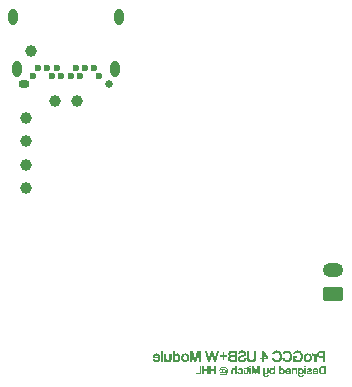
<source format=gbr>
%TF.GenerationSoftware,KiCad,Pcbnew,8.0.2*%
%TF.CreationDate,2025-05-18T14:56:39-07:00*%
%TF.ProjectId,PGS_USBW_Board,5047535f-5553-4425-975f-426f6172642e,rev?*%
%TF.SameCoordinates,Original*%
%TF.FileFunction,Soldermask,Bot*%
%TF.FilePolarity,Negative*%
%FSLAX46Y46*%
G04 Gerber Fmt 4.6, Leading zero omitted, Abs format (unit mm)*
G04 Created by KiCad (PCBNEW 8.0.2) date 2025-05-18 14:56:39*
%MOMM*%
%LPD*%
G01*
G04 APERTURE LIST*
G04 Aperture macros list*
%AMRoundRect*
0 Rectangle with rounded corners*
0 $1 Rounding radius*
0 $2 $3 $4 $5 $6 $7 $8 $9 X,Y pos of 4 corners*
0 Add a 4 corners polygon primitive as box body*
4,1,4,$2,$3,$4,$5,$6,$7,$8,$9,$2,$3,0*
0 Add four circle primitives for the rounded corners*
1,1,$1+$1,$2,$3*
1,1,$1+$1,$4,$5*
1,1,$1+$1,$6,$7*
1,1,$1+$1,$8,$9*
0 Add four rect primitives between the rounded corners*
20,1,$1+$1,$2,$3,$4,$5,0*
20,1,$1+$1,$4,$5,$6,$7,0*
20,1,$1+$1,$6,$7,$8,$9,0*
20,1,$1+$1,$8,$9,$2,$3,0*%
G04 Aperture macros list end*
%ADD10C,0.100000*%
%ADD11O,1.750000X1.200000*%
%ADD12RoundRect,0.250000X0.625000X-0.350000X0.625000X0.350000X-0.625000X0.350000X-0.625000X-0.350000X0*%
%ADD13C,0.650000*%
%ADD14O,0.950000X0.650000*%
%ADD15C,0.600000*%
%ADD16O,0.800000X1.400000*%
%ADD17C,1.000000*%
G04 APERTURE END LIST*
D10*
G36*
X89028004Y-47700000D02*
G01*
X88833342Y-47700000D01*
X88833342Y-47371737D01*
X88617676Y-47371737D01*
X88568273Y-47368590D01*
X88508225Y-47355041D01*
X88455373Y-47331586D01*
X88410309Y-47299081D01*
X88373628Y-47258382D01*
X88345919Y-47210346D01*
X88327777Y-47155827D01*
X88319794Y-47095682D01*
X88319455Y-47079867D01*
X88319944Y-47074249D01*
X88490181Y-47074249D01*
X88497042Y-47124025D01*
X88522733Y-47169828D01*
X88569175Y-47200736D01*
X88618699Y-47212214D01*
X88648450Y-47213712D01*
X88833342Y-47213712D01*
X88833342Y-46938939D01*
X88648450Y-46938939D01*
X88592305Y-46944770D01*
X88543249Y-46964956D01*
X88507405Y-47002780D01*
X88491420Y-47052964D01*
X88490181Y-47074249D01*
X88319944Y-47074249D01*
X88324806Y-47018359D01*
X88340464Y-46961356D01*
X88365836Y-46909997D01*
X88400330Y-46865422D01*
X88443354Y-46828769D01*
X88494314Y-46801178D01*
X88552619Y-46783788D01*
X88617676Y-46777739D01*
X89028004Y-46777739D01*
X89028004Y-47700000D01*
G37*
G36*
X88094263Y-47700000D02*
G01*
X88094263Y-47344138D01*
X88088498Y-47288155D01*
X88067083Y-47237323D01*
X88029661Y-47202188D01*
X87976030Y-47182857D01*
X87927690Y-47178785D01*
X87878955Y-47182689D01*
X87877376Y-47182937D01*
X87877376Y-46996580D01*
X87901067Y-46996580D01*
X87955884Y-46999358D01*
X88008595Y-47012395D01*
X88052557Y-47037761D01*
X88088341Y-47073633D01*
X88105498Y-47097452D01*
X88105498Y-47012212D01*
X88276224Y-47012212D01*
X88276224Y-47700000D01*
X88094263Y-47700000D01*
G37*
G36*
X87589260Y-47000326D02*
G01*
X87643851Y-47011321D01*
X87693570Y-47029204D01*
X87738151Y-47053613D01*
X87777330Y-47084184D01*
X87810840Y-47120556D01*
X87838415Y-47162367D01*
X87859790Y-47209255D01*
X87874700Y-47260856D01*
X87882878Y-47316809D01*
X87884459Y-47356350D01*
X87881021Y-47413975D01*
X87870841Y-47467868D01*
X87854120Y-47517605D01*
X87831058Y-47562765D01*
X87801856Y-47602923D01*
X87766713Y-47637659D01*
X87725831Y-47666548D01*
X87679409Y-47689169D01*
X87627649Y-47705099D01*
X87570750Y-47713915D01*
X87530062Y-47715631D01*
X87471933Y-47711892D01*
X87418222Y-47700914D01*
X87369212Y-47683059D01*
X87325189Y-47658689D01*
X87286435Y-47628163D01*
X87253234Y-47591843D01*
X87225871Y-47550090D01*
X87204628Y-47503266D01*
X87189790Y-47451730D01*
X87181640Y-47395845D01*
X87180062Y-47356350D01*
X87363489Y-47356350D01*
X87367581Y-47415893D01*
X87379838Y-47465371D01*
X87405285Y-47511444D01*
X87449718Y-47546832D01*
X87500388Y-47561401D01*
X87530062Y-47563224D01*
X87586520Y-47555937D01*
X87631389Y-47534089D01*
X87664621Y-47497700D01*
X87686168Y-47446788D01*
X87695162Y-47393283D01*
X87696636Y-47356350D01*
X87692544Y-47296805D01*
X87680287Y-47247503D01*
X87654840Y-47201775D01*
X87610406Y-47166812D01*
X87559737Y-47152483D01*
X87530062Y-47150697D01*
X87473604Y-47157851D01*
X87428735Y-47179381D01*
X87395503Y-47215395D01*
X87373957Y-47265999D01*
X87364962Y-47319391D01*
X87363489Y-47356350D01*
X87180062Y-47356350D01*
X87183561Y-47297358D01*
X87193881Y-47242610D01*
X87210761Y-47192445D01*
X87233939Y-47147204D01*
X87263153Y-47107229D01*
X87298141Y-47072858D01*
X87338641Y-47044433D01*
X87384391Y-47022294D01*
X87435128Y-47006782D01*
X87490591Y-46998238D01*
X87530062Y-46996580D01*
X87589260Y-47000326D01*
G37*
G36*
X86264884Y-47699267D02*
G01*
X86264884Y-47200767D01*
X86652742Y-47200767D01*
X86652742Y-47356106D01*
X86446845Y-47356106D01*
X86453854Y-47408536D01*
X86473792Y-47456355D01*
X86505027Y-47497811D01*
X86545926Y-47531157D01*
X86594857Y-47554641D01*
X86650188Y-47566514D01*
X86673747Y-47567620D01*
X86736641Y-47559913D01*
X86790155Y-47538295D01*
X86834597Y-47505023D01*
X86870271Y-47462351D01*
X86897484Y-47412535D01*
X86916543Y-47357831D01*
X86927754Y-47300493D01*
X86931423Y-47242777D01*
X86928729Y-47184282D01*
X86920820Y-47131132D01*
X86907953Y-47083416D01*
X86883533Y-47028400D01*
X86851372Y-46983416D01*
X86812082Y-46948674D01*
X86766277Y-46924386D01*
X86714568Y-46910765D01*
X86672281Y-46907676D01*
X86623567Y-46912487D01*
X86569863Y-46929815D01*
X86524010Y-46957815D01*
X86488827Y-46994438D01*
X86465032Y-47045331D01*
X86462233Y-47061060D01*
X86266350Y-47061060D01*
X86274312Y-47011028D01*
X86290018Y-46964097D01*
X86312943Y-46920666D01*
X86342561Y-46881131D01*
X86378346Y-46845890D01*
X86419775Y-46815341D01*
X86466320Y-46789879D01*
X86517458Y-46769904D01*
X86572663Y-46755811D01*
X86631409Y-46747999D01*
X86672281Y-46746475D01*
X86727012Y-46748996D01*
X86778352Y-46756394D01*
X86826282Y-46768425D01*
X86891740Y-46794617D01*
X86949416Y-46829848D01*
X86999245Y-46873288D01*
X87041161Y-46924108D01*
X87075100Y-46981479D01*
X87100996Y-47044570D01*
X87118785Y-47112552D01*
X87128400Y-47184596D01*
X87130237Y-47234473D01*
X87125973Y-47306329D01*
X87113414Y-47376095D01*
X87092905Y-47442682D01*
X87064794Y-47505004D01*
X87029426Y-47561975D01*
X86987148Y-47612507D01*
X86938307Y-47655514D01*
X86883250Y-47689909D01*
X86822323Y-47714606D01*
X86755872Y-47728517D01*
X86708674Y-47731263D01*
X86650620Y-47727935D01*
X86596595Y-47718163D01*
X86547517Y-47702268D01*
X86496443Y-47675556D01*
X86455396Y-47641035D01*
X86429993Y-47606699D01*
X86425840Y-47700000D01*
X86264884Y-47699267D01*
G37*
G36*
X85573189Y-47382240D02*
G01*
X85588857Y-47432342D01*
X85616104Y-47482343D01*
X85652611Y-47520736D01*
X85698425Y-47546922D01*
X85753595Y-47560302D01*
X85784703Y-47562002D01*
X85837849Y-47556431D01*
X85883900Y-47540013D01*
X85931490Y-47504906D01*
X85961586Y-47465692D01*
X85984596Y-47417062D01*
X86000524Y-47359457D01*
X86007822Y-47310630D01*
X86011139Y-47257188D01*
X86011360Y-47238381D01*
X86009362Y-47184056D01*
X86003333Y-47134031D01*
X85988937Y-47074410D01*
X85967164Y-47023378D01*
X85937896Y-46981475D01*
X85901011Y-46949241D01*
X85856390Y-46927219D01*
X85803912Y-46915949D01*
X85774689Y-46914515D01*
X85724092Y-46920946D01*
X85677381Y-46939695D01*
X85636382Y-46969939D01*
X85602921Y-47010857D01*
X85578825Y-47061628D01*
X85573189Y-47080600D01*
X85378527Y-47080600D01*
X85387037Y-47029463D01*
X85402120Y-46980836D01*
X85423561Y-46935267D01*
X85451144Y-46893307D01*
X85484656Y-46855508D01*
X85523881Y-46822420D01*
X85568604Y-46794593D01*
X85618610Y-46772579D01*
X85673685Y-46756927D01*
X85733612Y-46748188D01*
X85776154Y-46746475D01*
X85848291Y-46751471D01*
X85914864Y-46766220D01*
X85975539Y-46790366D01*
X86029980Y-46823549D01*
X86077855Y-46865414D01*
X86118828Y-46915603D01*
X86152565Y-46973757D01*
X86178732Y-47039521D01*
X86191805Y-47087414D01*
X86201265Y-47138424D01*
X86207014Y-47192445D01*
X86208953Y-47249371D01*
X86206800Y-47306746D01*
X86200470Y-47360608D01*
X86190150Y-47410932D01*
X86167604Y-47479726D01*
X86137147Y-47540412D01*
X86099417Y-47592901D01*
X86055055Y-47637106D01*
X86004697Y-47672938D01*
X85948983Y-47700309D01*
X85888552Y-47719130D01*
X85824042Y-47729315D01*
X85779085Y-47731263D01*
X85720307Y-47727631D01*
X85665404Y-47716969D01*
X85614555Y-47699627D01*
X85567939Y-47675956D01*
X85525735Y-47646305D01*
X85488120Y-47611025D01*
X85455274Y-47570465D01*
X85427376Y-47524977D01*
X85404604Y-47474909D01*
X85387136Y-47420613D01*
X85378527Y-47382240D01*
X85573189Y-47382240D01*
G37*
G36*
X84715408Y-47382240D02*
G01*
X84731076Y-47432342D01*
X84758323Y-47482343D01*
X84794830Y-47520736D01*
X84840644Y-47546922D01*
X84895814Y-47560302D01*
X84926922Y-47562002D01*
X84980068Y-47556431D01*
X85026119Y-47540013D01*
X85073709Y-47504906D01*
X85103805Y-47465692D01*
X85126816Y-47417062D01*
X85142743Y-47359457D01*
X85150041Y-47310630D01*
X85153358Y-47257188D01*
X85153579Y-47238381D01*
X85151581Y-47184056D01*
X85145552Y-47134031D01*
X85131156Y-47074410D01*
X85109383Y-47023378D01*
X85080115Y-46981475D01*
X85043230Y-46949241D01*
X84998609Y-46927219D01*
X84946131Y-46915949D01*
X84916908Y-46914515D01*
X84866311Y-46920946D01*
X84819600Y-46939695D01*
X84778601Y-46969939D01*
X84745140Y-47010857D01*
X84721044Y-47061628D01*
X84715408Y-47080600D01*
X84520746Y-47080600D01*
X84529256Y-47029463D01*
X84544339Y-46980836D01*
X84565780Y-46935267D01*
X84593364Y-46893307D01*
X84626875Y-46855508D01*
X84666100Y-46822420D01*
X84710823Y-46794593D01*
X84760829Y-46772579D01*
X84815904Y-46756927D01*
X84875832Y-46748188D01*
X84918374Y-46746475D01*
X84990510Y-46751471D01*
X85057083Y-46766220D01*
X85117758Y-46790366D01*
X85172200Y-46823549D01*
X85220074Y-46865414D01*
X85261047Y-46915603D01*
X85294784Y-46973757D01*
X85320951Y-47039521D01*
X85334024Y-47087414D01*
X85343484Y-47138424D01*
X85349233Y-47192445D01*
X85351172Y-47249371D01*
X85349020Y-47306746D01*
X85342689Y-47360608D01*
X85332369Y-47410932D01*
X85309823Y-47479726D01*
X85279366Y-47540412D01*
X85241637Y-47592901D01*
X85197274Y-47637106D01*
X85146916Y-47672938D01*
X85091202Y-47700309D01*
X85030771Y-47719130D01*
X84966261Y-47729315D01*
X84921304Y-47731263D01*
X84862526Y-47727631D01*
X84807623Y-47716969D01*
X84756775Y-47699627D01*
X84710158Y-47675956D01*
X84667954Y-47646305D01*
X84630339Y-47611025D01*
X84597493Y-47570465D01*
X84569595Y-47524977D01*
X84546823Y-47474909D01*
X84529356Y-47420613D01*
X84520746Y-47382240D01*
X84715408Y-47382240D01*
G37*
G36*
X84171723Y-47339741D02*
G01*
X84171723Y-47497522D01*
X83810488Y-47497522D01*
X83810488Y-47700000D01*
X83628283Y-47700000D01*
X83628283Y-47497522D01*
X83523258Y-47497522D01*
X83523258Y-47356106D01*
X83628283Y-47356106D01*
X83806092Y-47356106D01*
X83996601Y-47356106D01*
X83806092Y-47032484D01*
X83806092Y-47356106D01*
X83628283Y-47356106D01*
X83628283Y-46777739D01*
X83832714Y-46777739D01*
X84171723Y-47339741D01*
G37*
G36*
X82591472Y-47391521D02*
G01*
X82595986Y-47443515D01*
X82613350Y-47493961D01*
X82650156Y-47536559D01*
X82695954Y-47559339D01*
X82744212Y-47568770D01*
X82777585Y-47570307D01*
X82831957Y-47562909D01*
X82876443Y-47541520D01*
X82914896Y-47500494D01*
X82935512Y-47452934D01*
X82943979Y-47395207D01*
X82944159Y-47384682D01*
X82944159Y-46777739D01*
X83141751Y-46777739D01*
X83141751Y-47402756D01*
X83138070Y-47462216D01*
X83127214Y-47515606D01*
X83109469Y-47562975D01*
X83075582Y-47616850D01*
X83030622Y-47660221D01*
X82975264Y-47693203D01*
X82927325Y-47711189D01*
X82874199Y-47723444D01*
X82816169Y-47730015D01*
X82774898Y-47731263D01*
X82709145Y-47728210D01*
X82649108Y-47719081D01*
X82594950Y-47703916D01*
X82546837Y-47682757D01*
X82504931Y-47655643D01*
X82458998Y-47610301D01*
X82424783Y-47554545D01*
X82407045Y-47505952D01*
X82396282Y-47451597D01*
X82392658Y-47391521D01*
X82392658Y-46777739D01*
X82591472Y-46777739D01*
X82591472Y-47391521D01*
G37*
G36*
X81610837Y-47050069D02*
G01*
X81619210Y-46986465D01*
X81639036Y-46928341D01*
X81670063Y-46876623D01*
X81712045Y-46832235D01*
X81764731Y-46796102D01*
X81811121Y-46774975D01*
X81863287Y-46759402D01*
X81921125Y-46749772D01*
X81984528Y-46746475D01*
X82045350Y-46749558D01*
X82100184Y-46758563D01*
X82149031Y-46773130D01*
X82204849Y-46800576D01*
X82250030Y-46836406D01*
X82284575Y-46879760D01*
X82308487Y-46929781D01*
X82321770Y-46985609D01*
X82324759Y-47030774D01*
X82320710Y-47081727D01*
X82305437Y-47134125D01*
X82279270Y-47178015D01*
X82242701Y-47214487D01*
X82196222Y-47244633D01*
X82169420Y-47257676D01*
X82117938Y-47277463D01*
X82068000Y-47292476D01*
X82019927Y-47304671D01*
X81965622Y-47317113D01*
X81914675Y-47328262D01*
X81866407Y-47340868D01*
X81817912Y-47361763D01*
X81780390Y-47398656D01*
X81770327Y-47444521D01*
X81779615Y-47493129D01*
X81812037Y-47535784D01*
X81858281Y-47560753D01*
X81910343Y-47572221D01*
X81951067Y-47574459D01*
X82006044Y-47570301D01*
X82053711Y-47558156D01*
X82100239Y-47533731D01*
X82138219Y-47492728D01*
X82156745Y-47439541D01*
X82158185Y-47422295D01*
X82345764Y-47422295D01*
X82340564Y-47477718D01*
X82327584Y-47527629D01*
X82298906Y-47585624D01*
X82258154Y-47633875D01*
X82206333Y-47672414D01*
X82160807Y-47694962D01*
X82110043Y-47712078D01*
X82054465Y-47723775D01*
X81994497Y-47730066D01*
X81952288Y-47731263D01*
X81893019Y-47728850D01*
X81837512Y-47721541D01*
X81786217Y-47709234D01*
X81739588Y-47691824D01*
X81685453Y-47660493D01*
X81641485Y-47619660D01*
X81608753Y-47569078D01*
X81588329Y-47508501D01*
X81581732Y-47456361D01*
X81581284Y-47437683D01*
X81585824Y-47381843D01*
X81602197Y-47327351D01*
X81628700Y-47284542D01*
X81669898Y-47246578D01*
X81719300Y-47218362D01*
X81726852Y-47214933D01*
X81776406Y-47195645D01*
X81825106Y-47180129D01*
X81878258Y-47165316D01*
X81934635Y-47150985D01*
X81983194Y-47139250D01*
X82002847Y-47134577D01*
X82054601Y-47119579D01*
X82099366Y-47098990D01*
X82136829Y-47061822D01*
X82146950Y-47018318D01*
X82133454Y-46967374D01*
X82093467Y-46931946D01*
X82044531Y-46915848D01*
X81990460Y-46910476D01*
X81980376Y-46910362D01*
X81929563Y-46913718D01*
X81879842Y-46926662D01*
X81836719Y-46954195D01*
X81808866Y-46995274D01*
X81795484Y-47050069D01*
X81610837Y-47050069D01*
G37*
G36*
X81534633Y-47700000D02*
G01*
X81116001Y-47700000D01*
X81053368Y-47697199D01*
X80997062Y-47688957D01*
X80947046Y-47675510D01*
X80890080Y-47649896D01*
X80844146Y-47616017D01*
X80809159Y-47574436D01*
X80785033Y-47525718D01*
X80771682Y-47470426D01*
X80768688Y-47424982D01*
X80769763Y-47411304D01*
X80957732Y-47411304D01*
X80967452Y-47463046D01*
X80995559Y-47504483D01*
X81040473Y-47531999D01*
X81092317Y-47541810D01*
X81100614Y-47541974D01*
X81347055Y-47541974D01*
X81347055Y-47295533D01*
X81097683Y-47295533D01*
X81045792Y-47300772D01*
X80999847Y-47320030D01*
X80967406Y-47359521D01*
X80957732Y-47411304D01*
X80769763Y-47411304D01*
X80773121Y-47368555D01*
X80785695Y-47321256D01*
X80809995Y-47275444D01*
X80848664Y-47235381D01*
X80895596Y-47207686D01*
X80910104Y-47201744D01*
X80865194Y-47174706D01*
X80829260Y-47135280D01*
X80805416Y-47086099D01*
X80797086Y-47038101D01*
X80984354Y-47038101D01*
X80996106Y-47089781D01*
X81035563Y-47125225D01*
X81087837Y-47136861D01*
X81101835Y-47137264D01*
X81347055Y-47137264D01*
X81347055Y-46938939D01*
X81113070Y-46938939D01*
X81060894Y-46943209D01*
X81014640Y-46962142D01*
X80987185Y-47008121D01*
X80984354Y-47038101D01*
X80797086Y-47038101D01*
X80796918Y-47037134D01*
X80796775Y-47029797D01*
X80801339Y-46974788D01*
X80814922Y-46925498D01*
X80844335Y-46872686D01*
X80887266Y-46830560D01*
X80931129Y-46805207D01*
X80983278Y-46787814D01*
X81043548Y-46778879D01*
X81076678Y-46777739D01*
X81534633Y-46777739D01*
X81534633Y-47700000D01*
G37*
G36*
X80336622Y-47543684D02*
G01*
X80336622Y-47284542D01*
X80072107Y-47284542D01*
X80072107Y-47152896D01*
X80336622Y-47152896D01*
X80336622Y-46887159D01*
X80468269Y-46887159D01*
X80468269Y-47152896D01*
X80731563Y-47152896D01*
X80731563Y-47284542D01*
X80468269Y-47284542D01*
X80468269Y-47543684D01*
X80336622Y-47543684D01*
G37*
G36*
X79103684Y-47700000D02*
G01*
X78843321Y-46777739D01*
X79042135Y-46777739D01*
X79193321Y-47375157D01*
X79334738Y-46777739D01*
X79539169Y-46777739D01*
X79667885Y-47375157D01*
X79820537Y-46777739D01*
X80027655Y-46777739D01*
X79764605Y-47700000D01*
X79582400Y-47700000D01*
X79435366Y-47100139D01*
X79291263Y-47700000D01*
X79103684Y-47700000D01*
G37*
G36*
X77563244Y-47700000D02*
G01*
X77563244Y-46777739D01*
X77843147Y-46777739D01*
X78011186Y-47454291D01*
X78179225Y-46777739D01*
X78464989Y-46777739D01*
X78464989Y-47700000D01*
X78284249Y-47700000D01*
X78284249Y-47071074D01*
X78112058Y-47700000D01*
X77918862Y-47700000D01*
X77745205Y-47068143D01*
X77745205Y-47700000D01*
X77563244Y-47700000D01*
G37*
G36*
X77207962Y-47000326D02*
G01*
X77262553Y-47011321D01*
X77312272Y-47029204D01*
X77356854Y-47053613D01*
X77396032Y-47084184D01*
X77429542Y-47120556D01*
X77457117Y-47162367D01*
X77478492Y-47209255D01*
X77493402Y-47260856D01*
X77501580Y-47316809D01*
X77503161Y-47356350D01*
X77499723Y-47413975D01*
X77489543Y-47467868D01*
X77472822Y-47517605D01*
X77449760Y-47562765D01*
X77420558Y-47602923D01*
X77385415Y-47637659D01*
X77344533Y-47666548D01*
X77298111Y-47689169D01*
X77246351Y-47705099D01*
X77189452Y-47713915D01*
X77148764Y-47715631D01*
X77090635Y-47711892D01*
X77036924Y-47700914D01*
X76987914Y-47683059D01*
X76943891Y-47658689D01*
X76905137Y-47628163D01*
X76871936Y-47591843D01*
X76844573Y-47550090D01*
X76823330Y-47503266D01*
X76808492Y-47451730D01*
X76800342Y-47395845D01*
X76798764Y-47356350D01*
X76982191Y-47356350D01*
X76986283Y-47415893D01*
X76998540Y-47465371D01*
X77023987Y-47511444D01*
X77068420Y-47546832D01*
X77119090Y-47561401D01*
X77148764Y-47563224D01*
X77205222Y-47555937D01*
X77250091Y-47534089D01*
X77283323Y-47497700D01*
X77304870Y-47446788D01*
X77313864Y-47393283D01*
X77315338Y-47356350D01*
X77311246Y-47296805D01*
X77298989Y-47247503D01*
X77273542Y-47201775D01*
X77229108Y-47166812D01*
X77178439Y-47152483D01*
X77148764Y-47150697D01*
X77092306Y-47157851D01*
X77047437Y-47179381D01*
X77014205Y-47215395D01*
X76992659Y-47265999D01*
X76983664Y-47319391D01*
X76982191Y-47356350D01*
X76798764Y-47356350D01*
X76802263Y-47297358D01*
X76812583Y-47242610D01*
X76829463Y-47192445D01*
X76852641Y-47147204D01*
X76881855Y-47107229D01*
X76916843Y-47072858D01*
X76957343Y-47044433D01*
X77003093Y-47022294D01*
X77053830Y-47006782D01*
X77109293Y-46998238D01*
X77148764Y-46996580D01*
X77207962Y-47000326D01*
G37*
G36*
X76260209Y-47104535D02*
G01*
X76296429Y-47062145D01*
X76337251Y-47030400D01*
X76382858Y-47009147D01*
X76433436Y-46998234D01*
X76464640Y-46996580D01*
X76527844Y-47003303D01*
X76583846Y-47022790D01*
X76632269Y-47054025D01*
X76672735Y-47095987D01*
X76704866Y-47147658D01*
X76728285Y-47208018D01*
X76739904Y-47258378D01*
X76746250Y-47312623D01*
X76747473Y-47350732D01*
X76744251Y-47412389D01*
X76734833Y-47469027D01*
X76719593Y-47520417D01*
X76698903Y-47566330D01*
X76663484Y-47618636D01*
X76619926Y-47660260D01*
X76569111Y-47690661D01*
X76511925Y-47709298D01*
X76449253Y-47715631D01*
X76396935Y-47710974D01*
X76344131Y-47693911D01*
X76298912Y-47663777D01*
X76265675Y-47626236D01*
X76257278Y-47613538D01*
X76256057Y-47700000D01*
X76080935Y-47700000D01*
X76080935Y-47372714D01*
X76253126Y-47372714D01*
X76257864Y-47423713D01*
X76275011Y-47476780D01*
X76302890Y-47519272D01*
X76346480Y-47553068D01*
X76399151Y-47567142D01*
X76407243Y-47567376D01*
X76462683Y-47555773D01*
X76508157Y-47522937D01*
X76537388Y-47480138D01*
X76556032Y-47425778D01*
X76562394Y-47372993D01*
X76562581Y-47361723D01*
X76560212Y-47312748D01*
X76550511Y-47260635D01*
X76528812Y-47211500D01*
X76489333Y-47172726D01*
X76443089Y-47155457D01*
X76405778Y-47152163D01*
X76354232Y-47159875D01*
X76307326Y-47188419D01*
X76278583Y-47229706D01*
X76262792Y-47276017D01*
X76254489Y-47333186D01*
X76253126Y-47372714D01*
X76080935Y-47372714D01*
X76080935Y-46762107D01*
X76260209Y-46762107D01*
X76260209Y-47104535D01*
G37*
G36*
X75381423Y-47697557D02*
G01*
X75381423Y-47012212D01*
X75561919Y-47012212D01*
X75561919Y-47407397D01*
X75568905Y-47462701D01*
X75589618Y-47508306D01*
X75629626Y-47545284D01*
X75678514Y-47561531D01*
X75703335Y-47563224D01*
X75754061Y-47555350D01*
X75797237Y-47523101D01*
X75816736Y-47472409D01*
X75819595Y-47435240D01*
X75819595Y-47012212D01*
X76001556Y-47012212D01*
X76001556Y-47463084D01*
X75997142Y-47517132D01*
X75984337Y-47566017D01*
X75957522Y-47618903D01*
X75919890Y-47661507D01*
X75872714Y-47692599D01*
X75817269Y-47710950D01*
X75767815Y-47715631D01*
X75716757Y-47711756D01*
X75663558Y-47697236D01*
X75617203Y-47671612D01*
X75577676Y-47634532D01*
X75553614Y-47600837D01*
X75553614Y-47700000D01*
X75381423Y-47697557D01*
G37*
G36*
X75120083Y-47700000D02*
G01*
X75120083Y-46762107D01*
X75302044Y-46762107D01*
X75302044Y-47700000D01*
X75120083Y-47700000D01*
G37*
G36*
X74782485Y-47000145D02*
G01*
X74834697Y-47010626D01*
X74881863Y-47027697D01*
X74936627Y-47060153D01*
X74981760Y-47102985D01*
X75016883Y-47155425D01*
X75036430Y-47200599D01*
X75049975Y-47250423D01*
X75057358Y-47304573D01*
X75058778Y-47342916D01*
X75055745Y-47409167D01*
X75046649Y-47469007D01*
X75031490Y-47522412D01*
X75010272Y-47569360D01*
X74972561Y-47621872D01*
X74924087Y-47662810D01*
X74880673Y-47685885D01*
X74831210Y-47702395D01*
X74775703Y-47712318D01*
X74714152Y-47715631D01*
X74660667Y-47711934D01*
X74610783Y-47700980D01*
X74564941Y-47682980D01*
X74513993Y-47650889D01*
X74470909Y-47608522D01*
X74442683Y-47567503D01*
X74420482Y-47520378D01*
X74411779Y-47494591D01*
X74599357Y-47494591D01*
X74625009Y-47536875D01*
X74670568Y-47563326D01*
X74722700Y-47571528D01*
X74776841Y-47562340D01*
X74820696Y-47536036D01*
X74852885Y-47494502D01*
X74870142Y-47448209D01*
X74876573Y-47403000D01*
X74402009Y-47403000D01*
X74403320Y-47354080D01*
X74409999Y-47288206D01*
X74589588Y-47288206D01*
X74870956Y-47288206D01*
X74861738Y-47240150D01*
X74838888Y-47195158D01*
X74799981Y-47159581D01*
X74751113Y-47142350D01*
X74731004Y-47140928D01*
X74679233Y-47149961D01*
X74634651Y-47177289D01*
X74602891Y-47223257D01*
X74590049Y-47279038D01*
X74589588Y-47288206D01*
X74409999Y-47288206D01*
X74410171Y-47286514D01*
X74422827Y-47225947D01*
X74441225Y-47172406D01*
X74465299Y-47125918D01*
X74494988Y-47086509D01*
X74543193Y-47045021D01*
X74601112Y-47016229D01*
X74650834Y-47003004D01*
X74705871Y-46996982D01*
X74725387Y-46996580D01*
X74782485Y-47000145D01*
G37*
G36*
X89056003Y-48762500D02*
G01*
X88764010Y-48762500D01*
X88714841Y-48758781D01*
X88669131Y-48747882D01*
X88627182Y-48730182D01*
X88589293Y-48706066D01*
X88555766Y-48675914D01*
X88526901Y-48640110D01*
X88502999Y-48599035D01*
X88484360Y-48553071D01*
X88471285Y-48502601D01*
X88464076Y-48448006D01*
X88462676Y-48409508D01*
X88611786Y-48409508D01*
X88613240Y-48451227D01*
X88617662Y-48488897D01*
X88628326Y-48532804D01*
X88644635Y-48569462D01*
X88666797Y-48598845D01*
X88703053Y-48625298D01*
X88739156Y-48638207D01*
X88781796Y-48643749D01*
X88793503Y-48643981D01*
X88914220Y-48643981D01*
X88914220Y-48191704D01*
X88805959Y-48191704D01*
X88768917Y-48193367D01*
X88726240Y-48200948D01*
X88690908Y-48214997D01*
X88656528Y-48242216D01*
X88632372Y-48280840D01*
X88619941Y-48320434D01*
X88613250Y-48368158D01*
X88611786Y-48409508D01*
X88462676Y-48409508D01*
X88464232Y-48371169D01*
X88468822Y-48334787D01*
X88481140Y-48284038D01*
X88499624Y-48238091D01*
X88523880Y-48197189D01*
X88553511Y-48161571D01*
X88588122Y-48131478D01*
X88627317Y-48107152D01*
X88670700Y-48088833D01*
X88717876Y-48076762D01*
X88768448Y-48071181D01*
X88785992Y-48070804D01*
X89056003Y-48070804D01*
X89056003Y-48762500D01*
G37*
G36*
X88220468Y-48237609D02*
G01*
X88259627Y-48245469D01*
X88295002Y-48258273D01*
X88336075Y-48282615D01*
X88369924Y-48314739D01*
X88396267Y-48354069D01*
X88410927Y-48387949D01*
X88421085Y-48425317D01*
X88426623Y-48465930D01*
X88427688Y-48494687D01*
X88425413Y-48544375D01*
X88418591Y-48589255D01*
X88407222Y-48629309D01*
X88391308Y-48664520D01*
X88363025Y-48703904D01*
X88326669Y-48734608D01*
X88294109Y-48751914D01*
X88257012Y-48764296D01*
X88215381Y-48771739D01*
X88169218Y-48774223D01*
X88129105Y-48771450D01*
X88091692Y-48763235D01*
X88057310Y-48749735D01*
X88019099Y-48725667D01*
X87986786Y-48693891D01*
X87965617Y-48663127D01*
X87948966Y-48627784D01*
X87942438Y-48608443D01*
X88083122Y-48608443D01*
X88102361Y-48640156D01*
X88136530Y-48659994D01*
X88175629Y-48666146D01*
X88216235Y-48659255D01*
X88249127Y-48639527D01*
X88273268Y-48608376D01*
X88286211Y-48573657D01*
X88291034Y-48539750D01*
X87935111Y-48539750D01*
X87936094Y-48503060D01*
X87941103Y-48453654D01*
X88075795Y-48453654D01*
X88286821Y-48453654D01*
X88279908Y-48417612D01*
X88262771Y-48383868D01*
X88233590Y-48357185D01*
X88196939Y-48344263D01*
X88181857Y-48343196D01*
X88143029Y-48349970D01*
X88109592Y-48370467D01*
X88085773Y-48404942D01*
X88076141Y-48446778D01*
X88075795Y-48453654D01*
X87941103Y-48453654D01*
X87941232Y-48452385D01*
X87950725Y-48406960D01*
X87964523Y-48366804D01*
X87982579Y-48331938D01*
X88004845Y-48302381D01*
X88040999Y-48271266D01*
X88084438Y-48249671D01*
X88121730Y-48239753D01*
X88163008Y-48235236D01*
X88177644Y-48234935D01*
X88220468Y-48237609D01*
G37*
G36*
X87446381Y-48404195D02*
G01*
X87451980Y-48365261D01*
X87467267Y-48323493D01*
X87492235Y-48289555D01*
X87527386Y-48263623D01*
X87563177Y-48248761D01*
X87606065Y-48239226D01*
X87643043Y-48235624D01*
X87670047Y-48234935D01*
X87711810Y-48236645D01*
X87748612Y-48241624D01*
X87790284Y-48252954D01*
X87823909Y-48269147D01*
X87855296Y-48295405D01*
X87875663Y-48327362D01*
X87885873Y-48363961D01*
X87887484Y-48387709D01*
X87883159Y-48424532D01*
X87866593Y-48461546D01*
X87838958Y-48490867D01*
X87822271Y-48502564D01*
X87787974Y-48520210D01*
X87749891Y-48534120D01*
X87708618Y-48546047D01*
X87665980Y-48556821D01*
X87650080Y-48560633D01*
X87611271Y-48571335D01*
X87577453Y-48591168D01*
X87567098Y-48618518D01*
X87583269Y-48652174D01*
X87619802Y-48667812D01*
X87658506Y-48671458D01*
X87698134Y-48667470D01*
X87733315Y-48653610D01*
X87759944Y-48623486D01*
X87765668Y-48594705D01*
X87906352Y-48594705D01*
X87901530Y-48632554D01*
X87888835Y-48667036D01*
X87868446Y-48697632D01*
X87840543Y-48723825D01*
X87805308Y-48745098D01*
X87762920Y-48760934D01*
X87726543Y-48768931D01*
X87686321Y-48773360D01*
X87657407Y-48774223D01*
X87617894Y-48772555D01*
X87570890Y-48765262D01*
X87530492Y-48752401D01*
X87496825Y-48734213D01*
X87464397Y-48704358D01*
X87442923Y-48667033D01*
X87432647Y-48622712D01*
X87431727Y-48603131D01*
X87436027Y-48563996D01*
X87451130Y-48528752D01*
X87476541Y-48502058D01*
X87511677Y-48482283D01*
X87516723Y-48480216D01*
X87553874Y-48467985D01*
X87591811Y-48457731D01*
X87627826Y-48448531D01*
X87665643Y-48438516D01*
X87671146Y-48436985D01*
X87707748Y-48425596D01*
X87741125Y-48408328D01*
X87755043Y-48379099D01*
X87733954Y-48346836D01*
X87696738Y-48337887D01*
X87674260Y-48336967D01*
X87634086Y-48340531D01*
X87600032Y-48356475D01*
X87580322Y-48391791D01*
X87577723Y-48405111D01*
X87446381Y-48404195D01*
G37*
G36*
X87253490Y-48762500D02*
G01*
X87253490Y-48246659D01*
X87389961Y-48246659D01*
X87389961Y-48762500D01*
X87253490Y-48762500D01*
G37*
G36*
X87253490Y-48186209D02*
G01*
X87253490Y-48059080D01*
X87389961Y-48059080D01*
X87389961Y-48186209D01*
X87253490Y-48186209D01*
G37*
G36*
X87021910Y-48239894D02*
G01*
X87064332Y-48254309D01*
X87102701Y-48277487D01*
X87136116Y-48308734D01*
X87163675Y-48347358D01*
X87179959Y-48380748D01*
X87192061Y-48417606D01*
X87199601Y-48457637D01*
X87202199Y-48500549D01*
X87200606Y-48537616D01*
X87193208Y-48585718D01*
X87179219Y-48630948D01*
X87158024Y-48671825D01*
X87129005Y-48706864D01*
X87091548Y-48734582D01*
X87057546Y-48749675D01*
X87018190Y-48759189D01*
X86973222Y-48762500D01*
X86931025Y-48758670D01*
X86893729Y-48747532D01*
X86859143Y-48726535D01*
X86835402Y-48697476D01*
X86831439Y-48689043D01*
X86831439Y-48774590D01*
X86837258Y-48811870D01*
X86857188Y-48847345D01*
X86888674Y-48873068D01*
X86922793Y-48886464D01*
X86961681Y-48891093D01*
X87002953Y-48885698D01*
X87036176Y-48870017D01*
X87062534Y-48840475D01*
X87073901Y-48805311D01*
X87075071Y-48787779D01*
X87202199Y-48787779D01*
X87199459Y-48825143D01*
X87187687Y-48870190D01*
X87167369Y-48909487D01*
X87139304Y-48942712D01*
X87104290Y-48969544D01*
X87063126Y-48989659D01*
X87016610Y-49002737D01*
X86978691Y-49007733D01*
X86952156Y-49008696D01*
X86912583Y-49006490D01*
X86875024Y-48999891D01*
X86839888Y-48988934D01*
X86797521Y-48967599D01*
X86761165Y-48938651D01*
X86731793Y-48902165D01*
X86710377Y-48858220D01*
X86700121Y-48820412D01*
X86695298Y-48778484D01*
X86694968Y-48763599D01*
X86694968Y-48515020D01*
X86827226Y-48515020D01*
X86830784Y-48552848D01*
X86843684Y-48591487D01*
X86864714Y-48621870D01*
X86897705Y-48645624D01*
X86937744Y-48655361D01*
X86943913Y-48655521D01*
X86985053Y-48647472D01*
X87019142Y-48624368D01*
X87041232Y-48593769D01*
X87055410Y-48554243D01*
X87060273Y-48515198D01*
X87060416Y-48506777D01*
X87058551Y-48470140D01*
X87051013Y-48431385D01*
X87034433Y-48395106D01*
X87004863Y-48366718D01*
X86964479Y-48353141D01*
X86943913Y-48351805D01*
X86904235Y-48357386D01*
X86868336Y-48378204D01*
X86846466Y-48408558D01*
X86832802Y-48450690D01*
X86827681Y-48494954D01*
X86827226Y-48515020D01*
X86694968Y-48515020D01*
X86694968Y-48246659D01*
X86831439Y-48246659D01*
X86831439Y-48310772D01*
X86854973Y-48281222D01*
X86887272Y-48256338D01*
X86925614Y-48240934D01*
X86964350Y-48235231D01*
X86976336Y-48234935D01*
X87021910Y-48239894D01*
G37*
G36*
X86167220Y-48762500D02*
G01*
X86167220Y-48406943D01*
X86170522Y-48367365D01*
X86183368Y-48324912D01*
X86204919Y-48290424D01*
X86234122Y-48264077D01*
X86269925Y-48246046D01*
X86311277Y-48236508D01*
X86338312Y-48234935D01*
X86375019Y-48237223D01*
X86413487Y-48245896D01*
X86451142Y-48263929D01*
X86481576Y-48290181D01*
X86505375Y-48324328D01*
X86505375Y-48246659D01*
X86635434Y-48246659D01*
X86635434Y-48762500D01*
X86498963Y-48762500D01*
X86498963Y-48467027D01*
X86495297Y-48426924D01*
X86481674Y-48390540D01*
X86453611Y-48362745D01*
X86417970Y-48350553D01*
X86392901Y-48348691D01*
X86356049Y-48352219D01*
X86321948Y-48372631D01*
X86307349Y-48411287D01*
X86304790Y-48450174D01*
X86304790Y-48762500D01*
X86167220Y-48762500D01*
G37*
G36*
X85912373Y-48237609D02*
G01*
X85951532Y-48245469D01*
X85986907Y-48258273D01*
X86027980Y-48282615D01*
X86061829Y-48314739D01*
X86088172Y-48354069D01*
X86102832Y-48387949D01*
X86112990Y-48425317D01*
X86118528Y-48465930D01*
X86119593Y-48494687D01*
X86117318Y-48544375D01*
X86110496Y-48589255D01*
X86099127Y-48629309D01*
X86083213Y-48664520D01*
X86054930Y-48703904D01*
X86018575Y-48734608D01*
X85986014Y-48751914D01*
X85948917Y-48764296D01*
X85907286Y-48771739D01*
X85861123Y-48774223D01*
X85821010Y-48771450D01*
X85783597Y-48763235D01*
X85749215Y-48749735D01*
X85711004Y-48725667D01*
X85678691Y-48693891D01*
X85657522Y-48663127D01*
X85640871Y-48627784D01*
X85634344Y-48608443D01*
X85775027Y-48608443D01*
X85794266Y-48640156D01*
X85828435Y-48659994D01*
X85867534Y-48666146D01*
X85908140Y-48659255D01*
X85941032Y-48639527D01*
X85965173Y-48608376D01*
X85978116Y-48573657D01*
X85982939Y-48539750D01*
X85627016Y-48539750D01*
X85627999Y-48503060D01*
X85633008Y-48453654D01*
X85767700Y-48453654D01*
X85978726Y-48453654D01*
X85971813Y-48417612D01*
X85954676Y-48383868D01*
X85925495Y-48357185D01*
X85888844Y-48344263D01*
X85873763Y-48343196D01*
X85834934Y-48349970D01*
X85801497Y-48370467D01*
X85777678Y-48404942D01*
X85768046Y-48446778D01*
X85767700Y-48453654D01*
X85633008Y-48453654D01*
X85633137Y-48452385D01*
X85642630Y-48406960D01*
X85656428Y-48366804D01*
X85674484Y-48331938D01*
X85696750Y-48302381D01*
X85732904Y-48271266D01*
X85776343Y-48249671D01*
X85813635Y-48239753D01*
X85854913Y-48235236D01*
X85869549Y-48234935D01*
X85912373Y-48237609D01*
G37*
G36*
X85225481Y-48315901D02*
G01*
X85252646Y-48284108D01*
X85283262Y-48260300D01*
X85317468Y-48244360D01*
X85355402Y-48236175D01*
X85378804Y-48234935D01*
X85426207Y-48239977D01*
X85468209Y-48254593D01*
X85504526Y-48278019D01*
X85534876Y-48309490D01*
X85558974Y-48348243D01*
X85576538Y-48393513D01*
X85585252Y-48431283D01*
X85590012Y-48471967D01*
X85590929Y-48500549D01*
X85588513Y-48546792D01*
X85581449Y-48589270D01*
X85570019Y-48627812D01*
X85554502Y-48662248D01*
X85527938Y-48701477D01*
X85495269Y-48732695D01*
X85457158Y-48755496D01*
X85414268Y-48769474D01*
X85367264Y-48774223D01*
X85328026Y-48770730D01*
X85288423Y-48757933D01*
X85254508Y-48735332D01*
X85229581Y-48707177D01*
X85223283Y-48697653D01*
X85222367Y-48762500D01*
X85091025Y-48762500D01*
X85091025Y-48517035D01*
X85220169Y-48517035D01*
X85223723Y-48555284D01*
X85236583Y-48595085D01*
X85257492Y-48626954D01*
X85290184Y-48652301D01*
X85329688Y-48662857D01*
X85335757Y-48663032D01*
X85377337Y-48654329D01*
X85411442Y-48629703D01*
X85433366Y-48597603D01*
X85447348Y-48556833D01*
X85452120Y-48517245D01*
X85452260Y-48508792D01*
X85450483Y-48472061D01*
X85443208Y-48432976D01*
X85426933Y-48396125D01*
X85397324Y-48367044D01*
X85362641Y-48354093D01*
X85334658Y-48351622D01*
X85295999Y-48357406D01*
X85260819Y-48378814D01*
X85239261Y-48409779D01*
X85227419Y-48444512D01*
X85221191Y-48487390D01*
X85220169Y-48517035D01*
X85091025Y-48517035D01*
X85091025Y-48059080D01*
X85225481Y-48059080D01*
X85225481Y-48315901D01*
G37*
G36*
X84778700Y-48762500D02*
G01*
X84647541Y-48762500D01*
X84646442Y-48700034D01*
X84622817Y-48729235D01*
X84590401Y-48753576D01*
X84552276Y-48768480D01*
X84514285Y-48773941D01*
X84502644Y-48774223D01*
X84455640Y-48769472D01*
X84412751Y-48755478D01*
X84374640Y-48732637D01*
X84341971Y-48701340D01*
X84315407Y-48661979D01*
X84299889Y-48627404D01*
X84288459Y-48588681D01*
X84281396Y-48545974D01*
X84279464Y-48508792D01*
X84417648Y-48508792D01*
X84421069Y-48549294D01*
X84430907Y-48584907D01*
X84450277Y-48620052D01*
X84476854Y-48645596D01*
X84515489Y-48661394D01*
X84534152Y-48663032D01*
X84574350Y-48654765D01*
X84608097Y-48631399D01*
X84630188Y-48600984D01*
X84644479Y-48562411D01*
X84649410Y-48525013D01*
X84649556Y-48517035D01*
X84647740Y-48478161D01*
X84640390Y-48436915D01*
X84624184Y-48398161D01*
X84595204Y-48367702D01*
X84555509Y-48353067D01*
X84535251Y-48351622D01*
X84494740Y-48357179D01*
X84458478Y-48377669D01*
X84436626Y-48407188D01*
X84423111Y-48447698D01*
X84418091Y-48489820D01*
X84417648Y-48508792D01*
X84279464Y-48508792D01*
X84278979Y-48499450D01*
X84281036Y-48457284D01*
X84287127Y-48417764D01*
X84297133Y-48381219D01*
X84316357Y-48337684D01*
X84342045Y-48300796D01*
X84373913Y-48271333D01*
X84411678Y-48250071D01*
X84455057Y-48237788D01*
X84491104Y-48234935D01*
X84531156Y-48238741D01*
X84567472Y-48250235D01*
X84600156Y-48269533D01*
X84629312Y-48296750D01*
X84644427Y-48315901D01*
X84644427Y-48059080D01*
X84778700Y-48059080D01*
X84778700Y-48762500D01*
G37*
G36*
X83899792Y-48773674D02*
G01*
X83904292Y-48811243D01*
X83919431Y-48846996D01*
X83946601Y-48875755D01*
X83980595Y-48889911D01*
X83994314Y-48891093D01*
X84030732Y-48887001D01*
X84067569Y-48869541D01*
X84091010Y-48839669D01*
X84101057Y-48798810D01*
X84101475Y-48787046D01*
X84228421Y-48787046D01*
X84226403Y-48824598D01*
X84217450Y-48869841D01*
X84201359Y-48909280D01*
X84178155Y-48942603D01*
X84147861Y-48969495D01*
X84110500Y-48989643D01*
X84066097Y-49002734D01*
X84028187Y-49007733D01*
X84000725Y-49008696D01*
X83952499Y-49004747D01*
X83907757Y-48993037D01*
X83867408Y-48973775D01*
X83832358Y-48947170D01*
X83803516Y-48913429D01*
X83781791Y-48872761D01*
X83770713Y-48837839D01*
X83764532Y-48799225D01*
X83763321Y-48771475D01*
X83763321Y-48246659D01*
X83899792Y-48246659D01*
X83899792Y-48557152D01*
X83907486Y-48595143D01*
X83929055Y-48625319D01*
X83962234Y-48645226D01*
X83999007Y-48652289D01*
X84004755Y-48652407D01*
X84042800Y-48646385D01*
X84075181Y-48622065D01*
X84089806Y-48584431D01*
X84091950Y-48557152D01*
X84091950Y-48246659D01*
X84228421Y-48246659D01*
X84228421Y-48576753D01*
X84224738Y-48616974D01*
X84214110Y-48653148D01*
X84192010Y-48692058D01*
X84161260Y-48723219D01*
X84123083Y-48745838D01*
X84088018Y-48757251D01*
X84049611Y-48762285D01*
X84039560Y-48762500D01*
X83998857Y-48758670D01*
X83962180Y-48747532D01*
X83927656Y-48726535D01*
X83903766Y-48697476D01*
X83899792Y-48689043D01*
X83899792Y-48773674D01*
G37*
G36*
X82775786Y-48762500D02*
G01*
X82775786Y-48070804D01*
X82985713Y-48070804D01*
X83111742Y-48578218D01*
X83237772Y-48070804D01*
X83452095Y-48070804D01*
X83452095Y-48762500D01*
X83316540Y-48762500D01*
X83316540Y-48290806D01*
X83187397Y-48762500D01*
X83042500Y-48762500D01*
X82912257Y-48288607D01*
X82912257Y-48762500D01*
X82775786Y-48762500D01*
G37*
G36*
X82579415Y-48762500D02*
G01*
X82579415Y-48246659D01*
X82715886Y-48246659D01*
X82715886Y-48762500D01*
X82579415Y-48762500D01*
G37*
G36*
X82579415Y-48186209D02*
G01*
X82579415Y-48059080D01*
X82715886Y-48059080D01*
X82715886Y-48186209D01*
X82579415Y-48186209D01*
G37*
G36*
X82224591Y-48555687D02*
G01*
X82228262Y-48593411D01*
X82244054Y-48629532D01*
X82276817Y-48651921D01*
X82304459Y-48655704D01*
X82343919Y-48647029D01*
X82371161Y-48618212D01*
X82381500Y-48581884D01*
X82383227Y-48553672D01*
X82383227Y-48343379D01*
X82097463Y-48343379D01*
X82097463Y-48246659D01*
X82383227Y-48246659D01*
X82383227Y-48105975D01*
X82517500Y-48105975D01*
X82517500Y-48567227D01*
X82514638Y-48607835D01*
X82505804Y-48646170D01*
X82490625Y-48681264D01*
X82468727Y-48712147D01*
X82439737Y-48737853D01*
X82403280Y-48757413D01*
X82358983Y-48769859D01*
X82320391Y-48773943D01*
X82306474Y-48774223D01*
X82267584Y-48771720D01*
X82222367Y-48761116D01*
X82184520Y-48743139D01*
X82153810Y-48718806D01*
X82130001Y-48689136D01*
X82112861Y-48655146D01*
X82102154Y-48617853D01*
X82097648Y-48578276D01*
X82097463Y-48568143D01*
X82097463Y-48422513D01*
X82224591Y-48422513D01*
X82224591Y-48555687D01*
G37*
G36*
X81714429Y-48573822D02*
G01*
X81724890Y-48610922D01*
X81750152Y-48640530D01*
X81786474Y-48656776D01*
X81815179Y-48659918D01*
X81853593Y-48649774D01*
X81882222Y-48624115D01*
X81901018Y-48589508D01*
X81911397Y-48551686D01*
X81915975Y-48505626D01*
X81916113Y-48495420D01*
X81913969Y-48457288D01*
X81905712Y-48418787D01*
X81888733Y-48384857D01*
X81861003Y-48360260D01*
X81821686Y-48348940D01*
X81810966Y-48348508D01*
X81770954Y-48355773D01*
X81739459Y-48376720D01*
X81719000Y-48410078D01*
X81713330Y-48433504D01*
X81575760Y-48433504D01*
X81582732Y-48389998D01*
X81597015Y-48351087D01*
X81618142Y-48317143D01*
X81645644Y-48288539D01*
X81679054Y-48265644D01*
X81717904Y-48248831D01*
X81761725Y-48238471D01*
X81810050Y-48234935D01*
X81849488Y-48237087D01*
X81886137Y-48243611D01*
X81930253Y-48259287D01*
X81968424Y-48283161D01*
X82000085Y-48315474D01*
X82024672Y-48356469D01*
X82038130Y-48393059D01*
X82047053Y-48434772D01*
X82051203Y-48481709D01*
X82051484Y-48498534D01*
X82048982Y-48547450D01*
X82041648Y-48591658D01*
X82029741Y-48631136D01*
X82013520Y-48665861D01*
X81985630Y-48704728D01*
X81951145Y-48735052D01*
X81910680Y-48756778D01*
X81864848Y-48769853D01*
X81827321Y-48773950D01*
X81814263Y-48774223D01*
X81768742Y-48770518D01*
X81726447Y-48759732D01*
X81688030Y-48742355D01*
X81654139Y-48718879D01*
X81625426Y-48689797D01*
X81602542Y-48655598D01*
X81586136Y-48616776D01*
X81576859Y-48573822D01*
X81714429Y-48573822D01*
G37*
G36*
X81068895Y-48762500D02*
G01*
X81068895Y-48399616D01*
X81072259Y-48363087D01*
X81085418Y-48323150D01*
X81107654Y-48290033D01*
X81138033Y-48264232D01*
X81175619Y-48246241D01*
X81219477Y-48236555D01*
X81248414Y-48234935D01*
X81286463Y-48238451D01*
X81321743Y-48248382D01*
X81357458Y-48266837D01*
X81385109Y-48291288D01*
X81400638Y-48315901D01*
X81400638Y-48059080D01*
X81537109Y-48059080D01*
X81537109Y-48762500D01*
X81400638Y-48762500D01*
X81400638Y-48468309D01*
X81396705Y-48431254D01*
X81382434Y-48393626D01*
X81358161Y-48364670D01*
X81324336Y-48347160D01*
X81294576Y-48343196D01*
X81254688Y-48348150D01*
X81222304Y-48371158D01*
X81209291Y-48406343D01*
X81206465Y-48444312D01*
X81206465Y-48762500D01*
X81068895Y-48762500D01*
G37*
G36*
X80440127Y-48106943D02*
G01*
X80480283Y-48112493D01*
X80518116Y-48121552D01*
X80553561Y-48133964D01*
X80602105Y-48158529D01*
X80644902Y-48189763D01*
X80681729Y-48227138D01*
X80712362Y-48270128D01*
X80736576Y-48318209D01*
X80749044Y-48352830D01*
X80758493Y-48389324D01*
X80764857Y-48427534D01*
X80768072Y-48467305D01*
X80768476Y-48487726D01*
X80766990Y-48526514D01*
X80762546Y-48563851D01*
X80750382Y-48616820D01*
X80731685Y-48665709D01*
X80706528Y-48710028D01*
X80674985Y-48749287D01*
X80637129Y-48782997D01*
X80593034Y-48810668D01*
X80542773Y-48831808D01*
X80505876Y-48842032D01*
X80466293Y-48848992D01*
X80424045Y-48852541D01*
X80401929Y-48852991D01*
X80358225Y-48852057D01*
X80318046Y-48849382D01*
X80281312Y-48845157D01*
X80237558Y-48837444D01*
X80199602Y-48827767D01*
X80160027Y-48813602D01*
X80123598Y-48794736D01*
X80105724Y-48781734D01*
X80138330Y-48717254D01*
X80173469Y-48738106D01*
X80213932Y-48752696D01*
X80254334Y-48762234D01*
X80290700Y-48767983D01*
X80330403Y-48771933D01*
X80373209Y-48773964D01*
X80395701Y-48774223D01*
X80445354Y-48771413D01*
X80490857Y-48763086D01*
X80532050Y-48749395D01*
X80568773Y-48730492D01*
X80600864Y-48706531D01*
X80628165Y-48677665D01*
X80650514Y-48644047D01*
X80667752Y-48605830D01*
X80679718Y-48563167D01*
X80686251Y-48516211D01*
X80687510Y-48482597D01*
X80684865Y-48440541D01*
X80676973Y-48398894D01*
X80663903Y-48358469D01*
X80645721Y-48320081D01*
X80622494Y-48284543D01*
X80594289Y-48252671D01*
X80561173Y-48225278D01*
X80523213Y-48203179D01*
X80480476Y-48187187D01*
X80433029Y-48178116D01*
X80398815Y-48176317D01*
X80354656Y-48178202D01*
X80313915Y-48183963D01*
X80276795Y-48193754D01*
X80233284Y-48213347D01*
X80197046Y-48240753D01*
X80168562Y-48276339D01*
X80148310Y-48320476D01*
X80138811Y-48359412D01*
X80134414Y-48403520D01*
X80134117Y-48419399D01*
X80136738Y-48461275D01*
X80144060Y-48497595D01*
X80158588Y-48535170D01*
X80181812Y-48568760D01*
X80213431Y-48592055D01*
X80241278Y-48598368D01*
X80265458Y-48578768D01*
X80259047Y-48541582D01*
X80237446Y-48440099D01*
X80327374Y-48440099D01*
X80330295Y-48481232D01*
X80338771Y-48517636D01*
X80355676Y-48553786D01*
X80383745Y-48583568D01*
X80419687Y-48597603D01*
X80431238Y-48598368D01*
X80468353Y-48592627D01*
X80496961Y-48569700D01*
X80508472Y-48534671D01*
X80510006Y-48509525D01*
X80507815Y-48470997D01*
X80499336Y-48430959D01*
X80481777Y-48394303D01*
X80452824Y-48366382D01*
X80416801Y-48353417D01*
X80399731Y-48352172D01*
X80362007Y-48361312D01*
X80336151Y-48391259D01*
X80327667Y-48429904D01*
X80327374Y-48440099D01*
X80237446Y-48440099D01*
X80204459Y-48285127D01*
X80286341Y-48285127D01*
X80300080Y-48340631D01*
X80320489Y-48305813D01*
X80352584Y-48283834D01*
X80389409Y-48275086D01*
X80403028Y-48274502D01*
X80445809Y-48279169D01*
X80484175Y-48292600D01*
X80517728Y-48313944D01*
X80546070Y-48342348D01*
X80568806Y-48376961D01*
X80585538Y-48416929D01*
X80595868Y-48461401D01*
X80599399Y-48509525D01*
X80596090Y-48549774D01*
X80585856Y-48587852D01*
X80568242Y-48621854D01*
X80542790Y-48649878D01*
X80509043Y-48670019D01*
X80466544Y-48680374D01*
X80446992Y-48681350D01*
X80407824Y-48677685D01*
X80370902Y-48664087D01*
X80342449Y-48638971D01*
X80335800Y-48628960D01*
X80315810Y-48662195D01*
X80283153Y-48679244D01*
X80245609Y-48684756D01*
X80240179Y-48684830D01*
X80199393Y-48677869D01*
X80159415Y-48657157D01*
X80129694Y-48630859D01*
X80103370Y-48596054D01*
X80081720Y-48552874D01*
X80069321Y-48515071D01*
X80060811Y-48472686D01*
X80056730Y-48425775D01*
X80056448Y-48409141D01*
X80058250Y-48370014D01*
X80067417Y-48316873D01*
X80083779Y-48270206D01*
X80106702Y-48229806D01*
X80135554Y-48195466D01*
X80169702Y-48166977D01*
X80208512Y-48144133D01*
X80251351Y-48126727D01*
X80297587Y-48114551D01*
X80346586Y-48107397D01*
X80397716Y-48105059D01*
X80440127Y-48106943D01*
G37*
G36*
X79199338Y-48762500D02*
G01*
X79199338Y-48070804D01*
X79346250Y-48070804D01*
X79346250Y-48328724D01*
X79618276Y-48328724D01*
X79618276Y-48070804D01*
X79764272Y-48070804D01*
X79764272Y-48762500D01*
X79618276Y-48762500D01*
X79618276Y-48450540D01*
X79346250Y-48450540D01*
X79346250Y-48762500D01*
X79199338Y-48762500D01*
G37*
G36*
X78583114Y-48762500D02*
G01*
X78583114Y-48070804D01*
X78730026Y-48070804D01*
X78730026Y-48328724D01*
X79002051Y-48328724D01*
X79002051Y-48070804D01*
X79148047Y-48070804D01*
X79148047Y-48762500D01*
X79002051Y-48762500D01*
X79002051Y-48450540D01*
X78730026Y-48450540D01*
X78730026Y-48762500D01*
X78583114Y-48762500D01*
G37*
G36*
X78040345Y-48762500D02*
G01*
X78040345Y-48635554D01*
X78385826Y-48635554D01*
X78385826Y-48070804D01*
X78531823Y-48070804D01*
X78531823Y-48762500D01*
X78040345Y-48762500D01*
G37*
D11*
%TO.C,J4*%
X89670000Y-39950000D03*
D12*
X89670000Y-41950000D03*
%TD*%
D13*
%TO.C,J2*%
X70674998Y-24161124D03*
D14*
X63474998Y-24161124D03*
D15*
X64274998Y-23511124D03*
X64674998Y-22811124D03*
X65474998Y-22811124D03*
X65874998Y-23511124D03*
X66274998Y-22811124D03*
X66674998Y-23511124D03*
X67474998Y-23511124D03*
X67874998Y-22811124D03*
X68274998Y-23511124D03*
X68674998Y-22811124D03*
X69474998Y-22811124D03*
X69874998Y-23511124D03*
D16*
X71204998Y-22921124D03*
X62944998Y-22921124D03*
X62584998Y-18521124D03*
X71564998Y-18521124D03*
%TD*%
D17*
%TO.C,TP1*%
X63650000Y-29025000D03*
%TD*%
%TO.C,TP7*%
X63650000Y-33025000D03*
%TD*%
%TO.C,TP6*%
X64075000Y-21350000D03*
%TD*%
%TO.C,TP2*%
X63650000Y-27025000D03*
%TD*%
%TO.C,TP4*%
X68000000Y-25600000D03*
%TD*%
%TO.C,TP5*%
X66125000Y-25600000D03*
%TD*%
%TO.C,TP3*%
X63650000Y-31025000D03*
%TD*%
M02*

</source>
